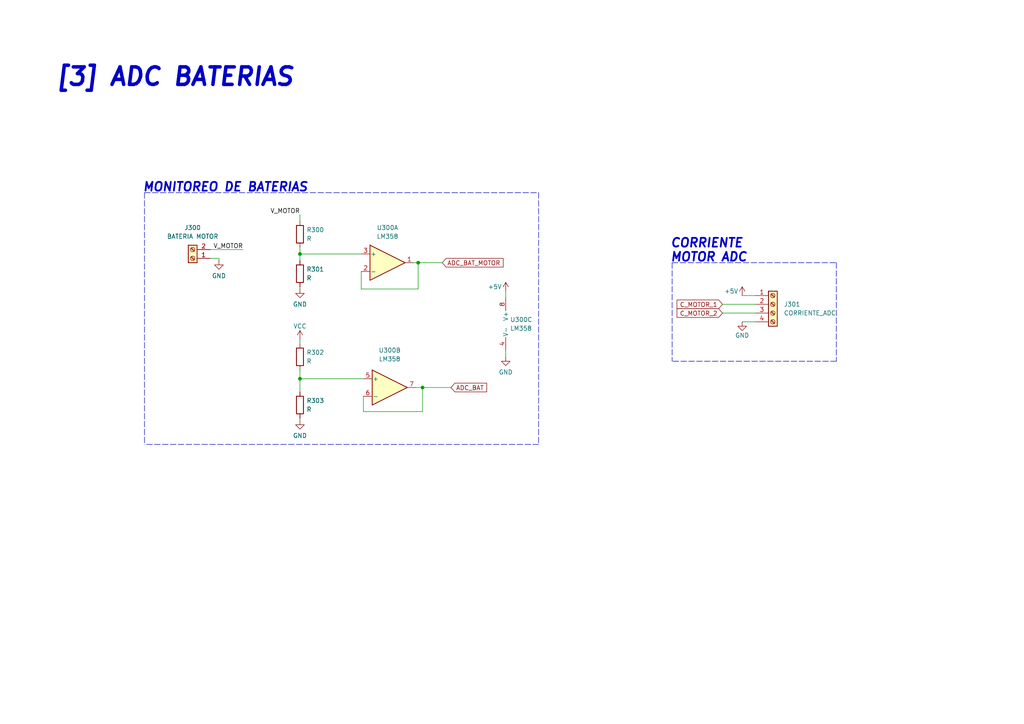
<source format=kicad_sch>
(kicad_sch (version 20211123) (generator eeschema)
  (paper "A4")
  (lib_symbols
    (symbol "Amplifier_Operational:LM358" (pin_names (offset 0.127))
      (property "Reference" "U" (at 0 5.08 0))
      (property "Value" "LM358" (at 0 -5.08 0))
      (symbol "LM358_1_1"
        (polyline (pts (xy -5.08 5.08) (xy 5.08 0) (xy -5.08 -5.08) (xy -5.08 5.08)) (stroke (width 0.254)) (fill (type background)))
        (pin output line (at 7.62 0 180) (length 2.54) (name "~") (number "1"))
        (pin input line (at -7.62 -2.54 0) (length 2.54) (name "-") (number "2"))
        (pin input line (at -7.62 2.54 0) (length 2.54) (name "+") (number "3"))
      )
      (symbol "LM358_2_1"
        (polyline (pts (xy -5.08 5.08) (xy 5.08 0) (xy -5.08 -5.08) (xy -5.08 5.08)) (stroke (width 0.254)) (fill (type background)))
        (pin input line (at -7.62 2.54 0) (length 2.54) (name "+") (number "5"))
        (pin input line (at -7.62 -2.54 0) (length 2.54) (name "-") (number "6"))
        (pin output line (at 7.62 0 180) (length 2.54) (name "~") (number "7"))
      )
      (symbol "LM358_3_1"
        (pin power_in line (at -2.54 -7.62 90) (length 3.81) (name "V-") (number "4"))
        (pin power_in line (at -2.54 7.62 270) (length 3.81) (name "V+") (number "8"))
      )
    )
    (symbol "Connector:Screw_Terminal_01x02" (pin_names (offset 1.016) hide)
      (property "Reference" "J" (at 0 2.54 0))
      (property "Value" "Screw_Terminal_01x02" (at 0 -5.08 0))
      (symbol "Screw_Terminal_01x02_1_1"
        (rectangle (start -1.27 1.27) (end 1.27 -3.81) (stroke (width 0.254)) (fill (type background)))
        (circle (center 0 -2.54) (radius 0.635) (stroke (width 0.1524)))
        (polyline (pts (xy -0.5334 -2.2098) (xy 0.3302 -3.048)) (stroke (width 0.1524)))
        (polyline (pts (xy -0.5334 0.3302) (xy 0.3302 -0.508)) (stroke (width 0.1524)))
        (polyline (pts (xy -0.3556 -2.032) (xy 0.508 -2.8702)) (stroke (width 0.1524)))
        (polyline (pts (xy -0.3556 0.508) (xy 0.508 -0.3302)) (stroke (width 0.1524)))
        (circle (center 0 0) (radius 0.635) (stroke (width 0.1524)))
        (pin passive line (at -5.08 0 0) (length 3.81) (name "Pin_1") (number "1"))
        (pin passive line (at -5.08 -2.54 0) (length 3.81) (name "Pin_2") (number "2"))
      )
    )
    (symbol "Connector:Screw_Terminal_01x04" (pin_names (offset 1.016) hide)
      (property "Reference" "J" (at 0 5.08 0))
      (property "Value" "Screw_Terminal_01x04" (at 0 -7.62 0))
      (symbol "Screw_Terminal_01x04_1_1"
        (rectangle (start -1.27 3.81) (end 1.27 -6.35) (stroke (width 0.254)) (fill (type background)))
        (circle (center 0 -5.08) (radius 0.635) (stroke (width 0.1524)))
        (circle (center 0 -2.54) (radius 0.635) (stroke (width 0.1524)))
        (polyline (pts (xy -0.5334 -4.7498) (xy 0.3302 -5.588)) (stroke (width 0.1524)))
        (polyline (pts (xy -0.5334 -2.2098) (xy 0.3302 -3.048)) (stroke (width 0.1524)))
        (polyline (pts (xy -0.5334 0.3302) (xy 0.3302 -0.508)) (stroke (width 0.1524)))
        (polyline (pts (xy -0.5334 2.8702) (xy 0.3302 2.032)) (stroke (width 0.1524)))
        (polyline (pts (xy -0.3556 -4.572) (xy 0.508 -5.4102)) (stroke (width 0.1524)))
        (polyline (pts (xy -0.3556 -2.032) (xy 0.508 -2.8702)) (stroke (width 0.1524)))
        (polyline (pts (xy -0.3556 0.508) (xy 0.508 -0.3302)) (stroke (width 0.1524)))
        (polyline (pts (xy -0.3556 3.048) (xy 0.508 2.2098)) (stroke (width 0.1524)))
        (circle (center 0 0) (radius 0.635) (stroke (width 0.1524)))
        (circle (center 0 2.54) (radius 0.635) (stroke (width 0.1524)))
        (pin passive line (at -5.08 2.54 0) (length 3.81) (name "Pin_1") (number "1"))
        (pin passive line (at -5.08 0 0) (length 3.81) (name "Pin_2") (number "2"))
        (pin passive line (at -5.08 -2.54 0) (length 3.81) (name "Pin_3") (number "3"))
        (pin passive line (at -5.08 -5.08 0) (length 3.81) (name "Pin_4") (number "4"))
      )
    )
    (symbol "Device:R" (pin_numbers hide) (pin_names (offset 0))
      (property "Reference" "R" (at 2.032 0 90))
      (property "Value" "R" (at 0 0 90))
      (symbol "R_0_1"
        (rectangle (start -1.016 -2.54) (end 1.016 2.54) (stroke (width 0.254)))
      )
      (symbol "R_1_1"
        (pin passive line (at 0 3.81 270) (length 1.27) (name "~") (number "1"))
        (pin passive line (at 0 -3.81 90) (length 1.27) (name "~") (number "2"))
      )
    )
    (symbol "power:+5V" (power) (pin_names (offset 0))
      (property "Value" "+5V" (at 0 3.556 0))
      (symbol "+5V_0_1"
        (polyline (pts (xy -0.762 1.27) (xy 0 2.54)))
        (polyline (pts (xy 0 0) (xy 0 2.54)))
        (polyline (pts (xy 0 2.54) (xy 0.762 1.27)))
      )
      (symbol "+5V_1_1"
        (pin power_in line (at 0 0 90) (length 0) hide (name "+5V") (number "1"))
      )
    )
    (symbol "power:GND" (power) (pin_names (offset 0))
      (property "Value" "GND" (at 0 -3.81 0))
      (symbol "GND_0_1"
        (polyline (pts (xy 0 0) (xy 0 -1.27) (xy 1.27 -1.27) (xy 0 -2.54) (xy -1.27 -1.27) (xy 0 -1.27)))
      )
      (symbol "GND_1_1"
        (pin power_in line (at 0 0 270) (length 0) hide (name "GND") (number "1"))
      )
    )
    (symbol "power:VCC" (power) (pin_names (offset 0))
      (property "Value" "VCC" (at 0 3.81 0))
      (symbol "VCC_0_1"
        (polyline (pts (xy -0.762 1.27) (xy 0 2.54)))
        (polyline (pts (xy 0 0) (xy 0 2.54)))
        (polyline (pts (xy 0 2.54) (xy 0.762 1.27)))
      )
      (symbol "VCC_1_1"
        (pin power_in line (at 0 0 90) (length 0) hide (name "VCC") (number "1"))
      )
    )
  )
  (junction (at 122.555 112.395))
  (junction (at 121.285 76.2))
  (junction (at 86.995 109.855))
  (junction (at 86.995 73.66))
  (wire (pts (xy 121.285 83.82) (xy 121.285 76.2)))
  (wire (pts (xy 146.685 84.455) (xy 146.685 86.36)))
  (wire (pts (xy 86.995 73.66) (xy 104.775 73.66)))
  (wire (pts (xy 86.995 98.425) (xy 86.995 99.695)))
  (polyline (pts (xy 156.21 55.88) (xy 156.21 128.905)))
  (wire (pts (xy 122.555 112.395) (xy 130.81 112.395)))
  (wire (pts (xy 215.265 93.345) (xy 219.075 93.345)))
  (wire (pts (xy 120.65 112.395) (xy 122.555 112.395)))
  (wire (pts (xy 86.995 62.23) (xy 86.995 64.135)))
  (polyline (pts (xy 41.91 55.88) (xy 41.91 128.905)))
  (wire (pts (xy 105.41 119.38) (xy 122.555 119.38)))
  (wire (pts (xy 209.55 88.265) (xy 219.075 88.265)))
  (wire (pts (xy 209.55 90.805) (xy 219.075 90.805)))
  (wire (pts (xy 122.555 119.38) (xy 122.555 112.395)))
  (wire (pts (xy 104.775 83.82) (xy 121.285 83.82)))
  (wire (pts (xy 215.265 85.725) (xy 219.075 85.725)))
  (polyline (pts (xy 41.91 55.88) (xy 156.21 55.88)))
  (wire (pts (xy 86.995 109.855) (xy 105.41 109.855)))
  (wire (pts (xy 104.775 78.74) (xy 104.775 83.82)))
  (wire (pts (xy 63.5 74.93) (xy 63.5 75.565)))
  (wire (pts (xy 105.41 114.935) (xy 105.41 119.38)))
  (wire (pts (xy 86.995 71.755) (xy 86.995 73.66)))
  (wire (pts (xy 86.995 109.855) (xy 86.995 113.665)))
  (polyline (pts (xy 242.57 76.2) (xy 242.57 104.775)))
  (wire (pts (xy 86.995 107.315) (xy 86.995 109.855)))
  (wire (pts (xy 121.285 76.2) (xy 128.27 76.2)))
  (wire (pts (xy 60.96 72.39) (xy 70.485 72.39)))
  (polyline (pts (xy 242.57 104.775) (xy 194.945 104.775)))
  (wire (pts (xy 60.96 74.93) (xy 63.5 74.93)))
  (wire (pts (xy 86.995 83.185) (xy 86.995 83.82)))
  (wire (pts (xy 146.685 101.6) (xy 146.685 103.505)))
  (polyline (pts (xy 156.21 128.905) (xy 41.91 128.905)))
  (polyline (pts (xy 194.945 76.2) (xy 194.945 104.775)))
  (polyline (pts (xy 194.945 76.2) (xy 242.57 76.2)))
  (wire (pts (xy 120.015 76.2) (xy 121.285 76.2)))
  (wire (pts (xy 86.995 73.66) (xy 86.995 75.565)))
  (wire (pts (xy 86.995 121.285) (xy 86.995 121.92)))
  (text "MONITOREO DE BATERIAS\n" (at 41.275 55.88 0) (effects (font (size 2.54 2.54) bold italic) (justify left bottom)))
  (text "CORRIENTE \nMOTOR ADC" (at 194.31 76.2 0) (effects (font (size 2.54 2.54) (thickness 0.508) bold italic) (justify left bottom)))
  (text "[3] ADC BATERIAS	" (at 15.875 25.4 0) (effects (font (size 5.08 5.08) bold italic) (justify left bottom)))
  (label "V_MOTOR" (at 86.995 62.23 180))
  (label "V_MOTOR" (at 70.485 72.39 180))
  (global_label "C_MOTOR_2" (shape input) (at 209.55 90.805 180) (property "Intersheet References" "${INTERSHEET_REFS}" (effects hide)))
  (global_label "ADC_BAT_MOTOR" (shape input) (at 128.27 76.2 0) (property "Intersheet References" "${INTERSHEET_REFS}" (effects hide)))
  (global_label "ADC_BAT" (shape input) (at 130.81 112.395 0) (property "Intersheet References" "${INTERSHEET_REFS}" (effects hide)))
  (global_label "C_MOTOR_1" (shape input) (at 209.55 88.265 180) (property "Intersheet References" "${INTERSHEET_REFS}" (effects hide)))
  (symbol (lib_id "Device:R") (at 86.995 117.475 0) (unit 1)
    (property "Reference" "R303" (at 88.9 116.2049 0) (effects (justify left)))
    (property "Value" "R" (at 88.9 118.7449 0) (effects (justify left)))
    (property "Footprint" "Resistor_THT:R_Axial_DIN0204_L3.6mm_D1.6mm_P5.08mm_Horizontal" (effects hide))
  )
  (symbol (lib_id "power:GND") (at 63.5 75.565 0) (unit 1)
    (property "Reference" "#PWR0129" (effects hide))
    (property "Value" "GND" (at 63.5 80.01 0))
  )
  (symbol (lib_id "power:VCC") (at 86.995 98.425 0) (unit 1)
    (property "Reference" "#PWR0128" (effects hide))
    (property "Value" "VCC" (at 86.995 94.615 0))
  )
  (symbol (lib_id "power:GND") (at 146.685 103.505 0) (unit 1)
    (property "Reference" "#PWR0116" (effects hide))
    (property "Value" "GND" (at 146.685 107.95 0))
  )
  (symbol (lib_id "Amplifier_Operational:LM358") (at 149.225 93.98 0) (unit 3)
    (property "Reference" "U300" (at 147.955 92.7099 0) (effects (justify left)))
    (property "Value" "LM358" (at 147.955 95.2499 0) (effects (justify left)))
    (property "Footprint" "Package_DIP:DIP-8_W7.62mm" (effects hide))
    (property "Datasheet" "http://www.ti.com/lit/ds/symlink/lm2904-n.pdf" (effects hide))
  )
  (symbol (lib_id "Connector:Screw_Terminal_01x02") (at 55.88 74.93 180) (unit 1)
    (property "Reference" "J300" (at 55.88 66.04 0))
    (property "Value" "BATERIA MOTOR" (at 55.88 68.58 0))
    (property "Footprint" "Connector_Phoenix_MSTB:PhoenixContact_MSTBA_2,5_2-G-5,08_1x02_P5.08mm_Horizontal" (effects hide))
  )
  (symbol (lib_id "power:+5V") (at 215.265 85.725 0) (unit 1)
    (property "Reference" "#PWR0118" (effects hide))
    (property "Value" "+5V" (at 212.09 84.455 0))
  )
  (symbol (lib_id "Device:R") (at 86.995 67.945 0) (unit 1)
    (property "Reference" "R300" (at 88.9 66.6749 0) (effects (justify left)))
    (property "Value" "R" (at 88.9 69.2149 0) (effects (justify left)))
    (property "Footprint" "Resistor_THT:R_Axial_DIN0204_L3.6mm_D1.6mm_P5.08mm_Horizontal" (effects hide))
  )
  (symbol (lib_id "power:+5V") (at 146.685 84.455 0) (unit 1)
    (property "Reference" "#PWR0115" (effects hide))
    (property "Value" "+5V" (at 143.51 83.185 0))
  )
  (symbol (lib_id "Amplifier_Operational:LM358") (at 112.395 76.2 0) (unit 1)
    (property "Reference" "U300" (at 112.395 66.04 0))
    (property "Value" "LM358" (at 112.395 68.58 0))
    (property "Footprint" "Package_DIP:DIP-8_W7.62mm" (effects hide))
    (property "Datasheet" "http://www.ti.com/lit/ds/symlink/lm2904-n.pdf" (effects hide))
  )
  (symbol (lib_id "Amplifier_Operational:LM358") (at 113.03 112.395 0) (unit 2)
    (property "Reference" "U300" (at 113.03 101.6 0))
    (property "Value" "LM358" (at 113.03 104.14 0))
    (property "Footprint" "Package_DIP:DIP-8_W7.62mm" (effects hide))
    (property "Datasheet" "http://www.ti.com/lit/ds/symlink/lm2904-n.pdf" (effects hide))
  )
  (symbol (lib_id "power:GND") (at 86.995 83.82 0) (unit 1)
    (property "Reference" "#PWR0130" (effects hide))
    (property "Value" "GND" (at 86.995 88.265 0))
  )
  (symbol (lib_id "Device:R") (at 86.995 103.505 0) (unit 1)
    (property "Reference" "R302" (at 88.9 102.2349 0) (effects (justify left)))
    (property "Value" "R" (at 88.9 104.7749 0) (effects (justify left)))
    (property "Footprint" "Resistor_THT:R_Axial_DIN0204_L3.6mm_D1.6mm_P5.08mm_Horizontal" (effects hide))
  )
  (symbol (lib_id "Device:R") (at 86.995 79.375 0) (unit 1)
    (property "Reference" "R301" (at 88.9 78.1049 0) (effects (justify left)))
    (property "Value" "R" (at 88.9 80.6449 0) (effects (justify left)))
    (property "Footprint" "Resistor_THT:R_Axial_DIN0204_L3.6mm_D1.6mm_P5.08mm_Horizontal" (effects hide))
  )
  (symbol (lib_id "power:GND") (at 86.995 121.92 0) (unit 1)
    (property "Reference" "#PWR0127" (effects hide))
    (property "Value" "GND" (at 86.995 126.365 0))
  )
  (symbol (lib_id "power:GND") (at 215.265 93.345 0) (mirror y) (unit 1)
    (property "Reference" "#PWR0117" (effects hide))
    (property "Value" "GND" (at 217.297 97.282 0) (effects (justify left)))
  )
  (symbol (lib_id "Connector:Screw_Terminal_01x04") (at 224.155 88.265 0) (unit 1)
    (property "Reference" "J301" (at 227.33 88.2649 0) (effects (justify left)))
    (property "Value" "CORRIENTE_ADC" (at 227.33 90.8049 0) (effects (justify left)))
    (property "Footprint" "Connector_Phoenix_MSTB:PhoenixContact_MSTBA_2,5_4-G-5,08_1x04_P5.08mm_Horizontal" (effects hide))
  )
)
</source>
